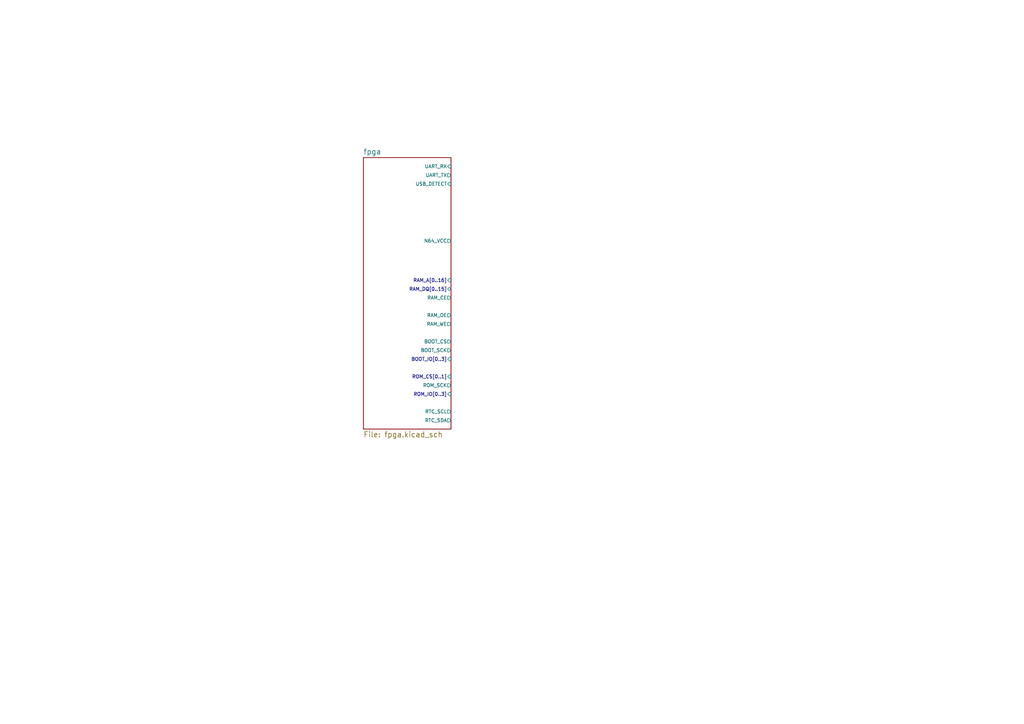
<source format=kicad_sch>
(kicad_sch (version 20211123) (generator eeschema)
  (paper "A4")
  (title_block (title "Brutzelkarte") (date "2019-12-28") (rev "1.1"))
  (lib_symbols)
  (sheet (at 105.41 45.72) (size 25.4 78.74)
    (property "Sheet name" "fpga" (at 105.41 44.8814 0) (effects (font (size 1.524 1.524)) (justify left bottom)))
    (property "Sheet file" "fpga.kicad_sch" (at 105.41 125.1462 0) (effects (font (size 1.524 1.524)) (justify left top)))
    (pin "RAM_DQ[0..15]" bidirectional (at 130.81 83.82 0) (effects (font (size 0.9906 0.9906))))
    (pin "USB_DETECT" input (at 130.81 53.34 0) (effects (font (size 0.9906 0.9906))))
    (pin "N64_VCC" output (at 130.81 69.85 0) (effects (font (size 0.9906 0.9906))))
    (pin "RAM_A[0..16]" input (at 130.81 81.28 0) (effects (font (size 0.9906 0.9906))))
    (pin "ROM_IO[0..3]" input (at 130.81 114.3 0) (effects (font (size 0.9906 0.9906))))
    (pin "BOOT_IO[0..3]" input (at 130.81 104.14 0) (effects (font (size 0.9906 0.9906))))
    (pin "ROM_CS[0..1]" input (at 130.81 109.22 0) (effects (font (size 0.9906 0.9906))))
    (pin "RAM_CE" output (at 130.81 86.36 0) (effects (font (size 0.9906 0.9906))))
    (pin "RAM_WE" output (at 130.81 93.98 0) (effects (font (size 0.9906 0.9906))))
    (pin "RAM_OE" output (at 130.81 91.44 0) (effects (font (size 0.9906 0.9906))))
    (pin "BOOT_CS" output (at 130.81 99.06 0) (effects (font (size 0.9906 0.9906))))
    (pin "BOOT_SCK" output (at 130.81 101.6 0) (effects (font (size 0.9906 0.9906))))
    (pin "ROM_SCK" output (at 130.81 111.76 0) (effects (font (size 0.9906 0.9906))))
    (pin "RTC_SCL" output (at 130.81 119.38 0) (effects (font (size 0.9906 0.9906))))
    (pin "RTC_SDA" output (at 130.81 121.92 0) (effects (font (size 0.9906 0.9906))))
    (pin "UART_RX" input (at 130.81 48.26 0) (effects (font (size 0.9906 0.9906))))
    (pin "UART_TX" output (at 130.81 50.8 0) (effects (font (size 0.9906 0.9906))))
  )
)
</source>
